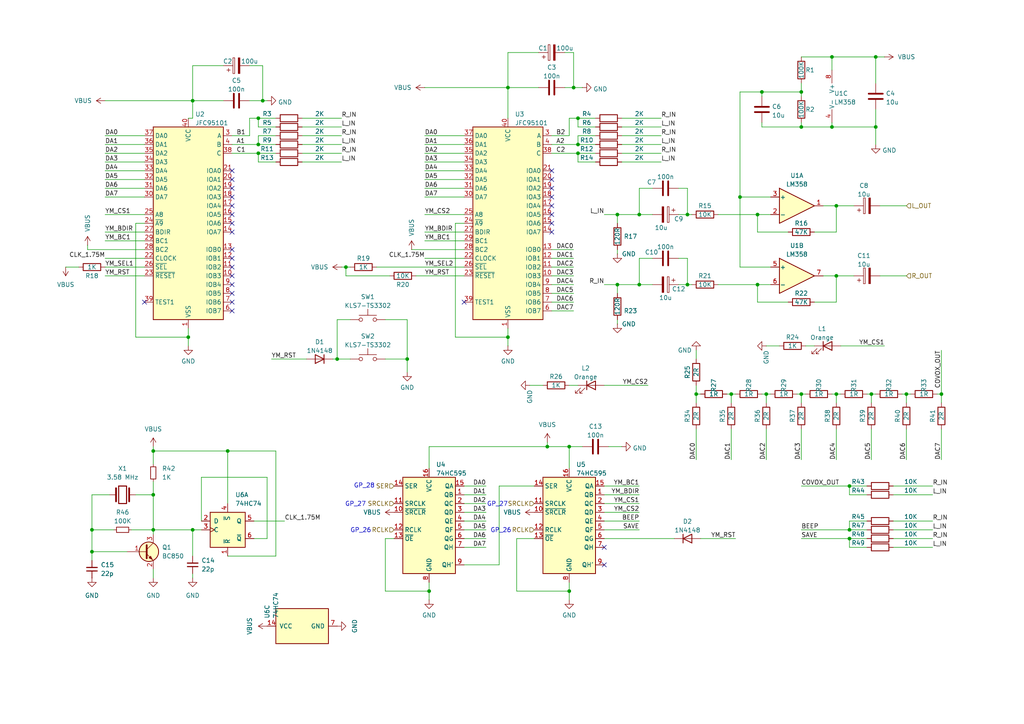
<source format=kicad_sch>
(kicad_sch (version 20250114) (generator "eeschema") (generator_version "9.0")
  (paper "A4")
  (title_block (title "TurboFRANK") (date "2025-03-03") (rev "1.03") (company "Mikhail Matveev") (comment 1 "https://github.com/xtremespb/frank"))
  (text "GP_26" (at 145.288 153.924 0) (effects (font (size 1.27 1.27))))
  (text "GP_27" (at 144.272 146.304 0) (effects (font (size 1.27 1.27))))
  (text "GP_27" (at 103.124 146.304 0) (effects (font (size 1.27 1.27))))
  (text "GP_28" (at 105.664 140.97 0) (effects (font (size 1.27 1.27))))
  (text "GP_26" (at 104.648 153.924 0) (effects (font (size 1.27 1.27))))
  (junction (at 242.57 114.3))
  (junction (at 167.64 44.45))
  (junction (at 74.93 41.91))
  (junction (at 179.07 82.55))
  (junction (at 74.93 44.45))
  (junction (at 55.88 29.21))
  (junction (at 220.98 26.67))
  (junction (at 273.05 114.3))
  (junction (at 26.67 153.67))
  (junction (at 55.88 153.67))
  (junction (at 199.39 82.55))
  (junction (at 100.33 77.47))
  (junction (at 222.25 114.3))
  (junction (at 219.71 62.23))
  (junction (at 254 16.51))
  (junction (at 147.32 97.79))
  (junction (at 201.93 114.3))
  (junction (at 246.38 156.21))
  (junction (at 147.32 25.4))
  (junction (at 167.64 34.29))
  (junction (at 166.37 25.4))
  (junction (at 254 36.83))
  (junction (at 26.67 160.02))
  (junction (at 74.93 34.29))
  (junction (at 44.45 153.67))
  (junction (at 44.45 130.81))
  (junction (at 246.38 140.97))
  (junction (at 158.75 129.54))
  (junction (at 232.41 114.3))
  (junction (at 179.07 62.23))
  (junction (at 167.64 41.91))
  (junction (at 242.57 80.01))
  (junction (at 262.89 114.3))
  (junction (at 124.46 171.45))
  (junction (at 241.3 16.51))
  (junction (at 242.57 59.69))
  (junction (at 232.41 26.67))
  (junction (at 97.79 104.14))
  (junction (at 118.11 104.14))
  (junction (at 44.45 143.51))
  (junction (at 214.63 57.15))
  (junction (at 241.3 36.83))
  (junction (at 185.42 62.23))
  (junction (at 66.04 130.81))
  (junction (at 76.2 29.21))
  (junction (at 212.09 114.3))
  (junction (at 199.39 62.23))
  (junction (at 232.41 36.83))
  (junction (at 252.73 114.3))
  (junction (at 219.71 82.55))
  (junction (at 185.42 82.55))
  (junction (at 246.38 153.67))
  (junction (at 54.61 97.79))
  (junction (at 165.1 129.54))
  (junction (at 165.1 171.45))
  (no_connect (at 67.31 85.09))
  (no_connect (at 67.31 77.47))
  (no_connect (at 175.26 163.83))
  (no_connect (at 67.31 67.31))
  (no_connect (at 67.31 64.77))
  (no_connect (at 67.31 90.17))
  (no_connect (at 160.02 57.15))
  (no_connect (at 67.31 80.01))
  (no_connect (at 67.31 62.23))
  (no_connect (at 67.31 87.63))
  (no_connect (at 41.91 87.63))
  (no_connect (at 67.31 82.55))
  (no_connect (at 134.62 87.63))
  (no_connect (at 160.02 67.31))
  (no_connect (at 67.31 74.93))
  (no_connect (at 67.31 72.39))
  (no_connect (at 67.31 54.61))
  (no_connect (at 160.02 59.69))
  (no_connect (at 175.26 158.75))
  (no_connect (at 160.02 64.77))
  (no_connect (at 160.02 49.53))
  (no_connect (at 67.31 49.53))
  (no_connect (at 67.31 52.07))
  (no_connect (at 67.31 57.15))
  (no_connect (at 160.02 52.07))
  (no_connect (at 67.31 59.69))
  (no_connect (at 160.02 62.23))
  (no_connect (at 160.02 54.61))
  (wire (pts (xy 232.41 140.97) (xy 246.38 140.97)))
  (wire (pts (xy 252.73 116.84) (xy 252.73 114.3)))
  (wire (pts (xy 175.26 143.51) (xy 185.42 143.51)))
  (wire (pts (xy 30.48 49.53) (xy 41.91 49.53)))
  (wire (pts (xy 163.83 25.4) (xy 166.37 25.4)))
  (wire (pts (xy 55.88 153.67) (xy 44.45 153.67)))
  (wire (pts (xy 120.65 80.01) (xy 134.62 80.01)))
  (wire (pts (xy 55.88 167.64) (xy 55.88 166.37)))
  (wire (pts (xy 232.41 36.83) (xy 241.3 36.83)))
  (wire (pts (xy 44.45 167.64) (xy 44.45 165.1)))
  (wire (pts (xy 241.3 114.3) (xy 242.57 114.3)))
  (wire (pts (xy 223.52 57.15) (xy 214.63 57.15)))
  (wire (pts (xy 111.76 156.21) (xy 111.76 171.45)))
  (wire (pts (xy 44.45 130.81) (xy 44.45 134.62)))
  (wire (pts (xy 254 36.83) (xy 254 41.91)))
  (wire (pts (xy 214.63 77.47) (xy 214.63 57.15)))
  (wire (pts (xy 208.28 62.23) (xy 219.71 62.23)))
  (wire (pts (xy 30.48 74.93) (xy 41.91 74.93)))
  (wire (pts (xy 232.41 26.67) (xy 232.41 27.94)))
  (wire (pts (xy 259.08 140.97) (xy 270.51 140.97)))
  (wire (pts (xy 87.63 44.45) (xy 99.06 44.45)))
  (wire (pts (xy 232.41 16.51) (xy 241.3 16.51)))
  (wire (pts (xy 160.02 74.93) (xy 166.37 74.93)))
  (wire (pts (xy 54.61 97.79) (xy 54.61 100.33)))
  (wire (pts (xy 220.98 36.83) (xy 232.41 36.83)))
  (wire (pts (xy 179.07 62.23) (xy 185.42 62.23)))
  (wire (pts (xy 242.57 124.46) (xy 242.57 133.35)))
  (wire (pts (xy 220.98 35.56) (xy 220.98 36.83)))
  (wire (pts (xy 242.57 116.84) (xy 242.57 114.3)))
  (wire (pts (xy 175.26 151.13) (xy 185.42 151.13)))
  (wire (pts (xy 134.62 151.13) (xy 140.97 151.13)))
  (wire (pts (xy 175.26 111.76) (xy 187.96 111.76)))
  (wire (pts (xy 214.63 57.15) (xy 214.63 26.67)))
  (wire (pts (xy 273.05 114.3) (xy 271.78 114.3)))
  (wire (pts (xy 179.07 92.71) (xy 179.07 93.98)))
  (wire (pts (xy 74.93 44.45) (xy 74.93 46.99)))
  (wire (pts (xy 165.1 39.37) (xy 165.1 34.29)))
  (wire (pts (xy 242.57 67.31) (xy 242.57 59.69)))
  (wire (pts (xy 175.26 146.05) (xy 185.42 146.05)))
  (wire (pts (xy 167.64 41.91) (xy 172.72 41.91)))
  (wire (pts (xy 30.48 67.31) (xy 41.91 67.31)))
  (wire (pts (xy 30.48 52.07) (xy 41.91 52.07)))
  (wire (pts (xy 118.11 104.14) (xy 118.11 107.95)))
  (wire (pts (xy 80.01 39.37) (xy 74.93 39.37)))
  (wire (pts (xy 166.37 25.4) (xy 168.91 25.4)))
  (wire (pts (xy 251.46 151.13) (xy 246.38 151.13)))
  (wire (pts (xy 241.3 20.32) (xy 241.3 16.51)))
  (wire (pts (xy 160.02 44.45) (xy 167.64 44.45)))
  (wire (pts (xy 144.78 140.97) (xy 154.94 140.97)))
  (wire (pts (xy 212.09 114.3) (xy 213.36 114.3)))
  (wire (pts (xy 55.88 29.21) (xy 64.77 29.21)))
  (wire (pts (xy 172.72 39.37) (xy 167.64 39.37)))
  (wire (pts (xy 246.38 140.97) (xy 246.38 143.51)))
  (wire (pts (xy 113.03 80.01) (xy 100.33 80.01)))
  (wire (pts (xy 123.19 25.4) (xy 147.32 25.4)))
  (wire (pts (xy 44.45 153.67) (xy 38.1 153.67)))
  (wire (pts (xy 72.39 39.37) (xy 72.39 34.29)))
  (wire (pts (xy 199.39 54.61) (xy 199.39 62.23)))
  (wire (pts (xy 26.67 153.67) (xy 26.67 143.51)))
  (wire (pts (xy 251.46 114.3) (xy 252.73 114.3)))
  (wire (pts (xy 196.85 74.93) (xy 199.39 74.93)))
  (wire (pts (xy 80.01 161.29) (xy 80.01 130.81)))
  (wire (pts (xy 273.05 101.6) (xy 273.05 114.3)))
  (wire (pts (xy 214.63 26.67) (xy 220.98 26.67)))
  (wire (pts (xy 74.93 34.29) (xy 74.93 36.83)))
  (wire (pts (xy 67.31 44.45) (xy 74.93 44.45)))
  (wire (pts (xy 55.88 34.29) (xy 54.61 34.29)))
  (wire (pts (xy 242.57 114.3) (xy 243.84 114.3)))
  (wire (pts (xy 242.57 80.01) (xy 238.76 80.01)))
  (wire (pts (xy 185.42 62.23) (xy 189.23 62.23)))
  (wire (pts (xy 201.93 116.84) (xy 201.93 114.3)))
  (wire (pts (xy 73.66 151.13) (xy 82.55 151.13)))
  (wire (pts (xy 149.86 156.21) (xy 149.86 171.45)))
  (wire (pts (xy 212.09 124.46) (xy 212.09 133.35)))
  (wire (pts (xy 246.38 143.51) (xy 251.46 143.51)))
  (wire (pts (xy 232.41 114.3) (xy 233.68 114.3)))
  (wire (pts (xy 132.08 97.79) (xy 147.32 97.79)))
  (wire (pts (xy 26.67 153.67) (xy 26.67 160.02)))
  (wire (pts (xy 246.38 156.21) (xy 251.46 156.21)))
  (wire (pts (xy 72.39 29.21) (xy 76.2 29.21)))
  (wire (pts (xy 26.67 160.02) (xy 36.83 160.02)))
  (wire (pts (xy 163.83 15.24) (xy 166.37 15.24)))
  (wire (pts (xy 158.75 128.27) (xy 158.75 129.54)))
  (wire (pts (xy 80.01 44.45) (xy 74.93 44.45)))
  (wire (pts (xy 219.71 67.31) (xy 219.71 62.23)))
  (wire (pts (xy 246.38 158.75) (xy 251.46 158.75)))
  (wire (pts (xy 123.19 74.93) (xy 134.62 74.93)))
  (wire (pts (xy 180.34 36.83) (xy 191.77 36.83)))
  (wire (pts (xy 210.82 114.3) (xy 212.09 114.3)))
  (wire (pts (xy 134.62 156.21) (xy 140.97 156.21)))
  (wire (pts (xy 119.38 72.39) (xy 134.62 72.39)))
  (wire (pts (xy 160.02 82.55) (xy 166.37 82.55)))
  (wire (pts (xy 77.47 156.21) (xy 73.66 156.21)))
  (wire (pts (xy 241.3 35.56) (xy 241.3 36.83)))
  (wire (pts (xy 33.02 153.67) (xy 26.67 153.67)))
  (wire (pts (xy 208.28 82.55) (xy 219.71 82.55)))
  (wire (pts (xy 255.27 80.01) (xy 262.89 80.01)))
  (wire (pts (xy 201.93 114.3) (xy 201.93 111.76)))
  (wire (pts (xy 213.36 156.21) (xy 203.2 156.21)))
  (wire (pts (xy 201.93 124.46) (xy 201.93 133.35)))
  (wire (pts (xy 134.62 64.77) (xy 132.08 64.77)))
  (wire (pts (xy 179.07 82.55) (xy 185.42 82.55)))
  (wire (pts (xy 254 16.51) (xy 256.54 16.51)))
  (wire (pts (xy 64.77 19.05) (xy 55.88 19.05)))
  (wire (pts (xy 160.02 90.17) (xy 166.37 90.17)))
  (wire (pts (xy 111.76 171.45) (xy 124.46 171.45)))
  (wire (pts (xy 66.04 130.81) (xy 80.01 130.81)))
  (wire (pts (xy 222.25 124.46) (xy 222.25 133.35)))
  (wire (pts (xy 123.19 39.37) (xy 134.62 39.37)))
  (wire (pts (xy 160.02 72.39) (xy 166.37 72.39)))
  (wire (pts (xy 30.48 80.01) (xy 41.91 80.01)))
  (wire (pts (xy 189.23 54.61) (xy 185.42 54.61)))
  (wire (pts (xy 58.42 153.67) (xy 55.88 153.67)))
  (wire (pts (xy 160.02 41.91) (xy 167.64 41.91)))
  (wire (pts (xy 201.93 114.3) (xy 203.2 114.3)))
  (wire (pts (xy 154.94 156.21) (xy 149.86 156.21)))
  (wire (pts (xy 80.01 34.29) (xy 74.93 34.29)))
  (wire (pts (xy 179.07 72.39) (xy 179.07 73.66)))
  (wire (pts (xy 180.34 41.91) (xy 191.77 41.91)))
  (wire (pts (xy 232.41 116.84) (xy 232.41 114.3)))
  (wire (pts (xy 74.93 36.83) (xy 80.01 36.83)))
  (wire (pts (xy 123.19 54.61) (xy 134.62 54.61)))
  (wire (pts (xy 72.39 19.05) (xy 76.2 19.05)))
  (wire (pts (xy 124.46 135.89) (xy 124.46 129.54)))
  (wire (pts (xy 41.91 64.77) (xy 39.37 64.77)))
  (wire (pts (xy 232.41 35.56) (xy 232.41 36.83)))
  (wire (pts (xy 223.52 77.47) (xy 214.63 77.47)))
  (wire (pts (xy 160.02 39.37) (xy 165.1 39.37)))
  (wire (pts (xy 196.85 62.23) (xy 199.39 62.23)))
  (wire (pts (xy 124.46 171.45) (xy 124.46 173.99)))
  (wire (pts (xy 26.67 162.56) (xy 26.67 160.02)))
  (wire (pts (xy 175.26 153.67) (xy 185.42 153.67)))
  (wire (pts (xy 123.19 44.45) (xy 134.62 44.45)))
  (wire (pts (xy 97.79 104.14) (xy 101.6 104.14)))
  (wire (pts (xy 147.32 34.29) (xy 147.32 25.4)))
  (wire (pts (xy 87.63 39.37) (xy 99.06 39.37)))
  (wire (pts (xy 180.34 34.29) (xy 191.77 34.29)))
  (wire (pts (xy 118.11 92.71) (xy 118.11 104.14)))
  (wire (pts (xy 132.08 64.77) (xy 132.08 97.79)))
  (wire (pts (xy 123.19 49.53) (xy 134.62 49.53)))
  (wire (pts (xy 44.45 139.7) (xy 44.45 143.51)))
  (wire (pts (xy 179.07 82.55) (xy 179.07 85.09)))
  (wire (pts (xy 44.45 129.54) (xy 44.45 130.81)))
  (wire (pts (xy 196.85 82.55) (xy 199.39 82.55)))
  (wire (pts (xy 111.76 92.71) (xy 118.11 92.71)))
  (wire (pts (xy 167.64 46.99) (xy 172.72 46.99)))
  (wire (pts (xy 30.48 57.15) (xy 41.91 57.15)))
  (wire (pts (xy 58.42 151.13) (xy 58.42 138.43)))
  (wire (pts (xy 273.05 124.46) (xy 273.05 133.35)))
  (wire (pts (xy 134.62 148.59) (xy 140.97 148.59)))
  (wire (pts (xy 67.31 39.37) (xy 72.39 39.37)))
  (wire (pts (xy 147.32 95.25) (xy 147.32 97.79)))
  (wire (pts (xy 242.57 59.69) (xy 238.76 59.69)))
  (wire (pts (xy 185.42 54.61) (xy 185.42 62.23)))
  (wire (pts (xy 199.39 82.55) (xy 200.66 82.55)))
  (wire (pts (xy 262.89 124.46) (xy 262.89 133.35)))
  (wire (pts (xy 123.19 41.91) (xy 134.62 41.91)))
  (wire (pts (xy 74.93 39.37) (xy 74.93 41.91)))
  (wire (pts (xy 259.08 143.51) (xy 270.51 143.51)))
  (wire (pts (xy 220.98 114.3) (xy 222.25 114.3)))
  (wire (pts (xy 100.33 80.01) (xy 100.33 77.47)))
  (wire (pts (xy 165.1 171.45) (xy 165.1 173.99)))
  (wire (pts (xy 273.05 116.84) (xy 273.05 114.3)))
  (wire (pts (xy 241.3 36.83) (xy 254 36.83)))
  (wire (pts (xy 180.34 46.99) (xy 191.77 46.99)))
  (wire (pts (xy 111.76 104.14) (xy 118.11 104.14)))
  (wire (pts (xy 232.41 124.46) (xy 232.41 133.35)))
  (wire (pts (xy 232.41 24.13) (xy 232.41 26.67)))
  (wire (pts (xy 220.98 26.67) (xy 232.41 26.67)))
  (wire (pts (xy 165.1 168.91) (xy 165.1 171.45)))
  (wire (pts (xy 219.71 62.23) (xy 223.52 62.23)))
  (wire (pts (xy 175.26 148.59) (xy 185.42 148.59)))
  (wire (pts (xy 167.64 34.29) (xy 167.64 36.83)))
  (wire (pts (xy 255.27 59.69) (xy 262.89 59.69)))
  (wire (pts (xy 97.79 92.71) (xy 97.79 104.14)))
  (wire (pts (xy 261.62 114.3) (xy 262.89 114.3)))
  (wire (pts (xy 175.26 140.97) (xy 185.42 140.97)))
  (wire (pts (xy 189.23 74.93) (xy 185.42 74.93)))
  (wire (pts (xy 96.52 104.14) (xy 97.79 104.14)))
  (wire (pts (xy 212.09 116.84) (xy 212.09 114.3)))
  (wire (pts (xy 87.63 34.29) (xy 99.06 34.29)))
  (wire (pts (xy 123.19 67.31) (xy 134.62 67.31)))
  (wire (pts (xy 66.04 161.29) (xy 80.01 161.29)))
  (wire (pts (xy 172.72 34.29) (xy 167.64 34.29)))
  (wire (pts (xy 30.48 41.91) (xy 41.91 41.91)))
  (wire (pts (xy 144.78 163.83) (xy 144.78 140.97)))
  (wire (pts (xy 165.1 129.54) (xy 165.1 135.89)))
  (wire (pts (xy 179.07 62.23) (xy 179.07 64.77)))
  (wire (pts (xy 99.06 77.47) (xy 100.33 77.47)))
  (wire (pts (xy 259.08 156.21) (xy 270.51 156.21)))
  (wire (pts (xy 39.37 97.79) (xy 54.61 97.79)))
  (wire (pts (xy 160.02 80.01) (xy 166.37 80.01)))
  (wire (pts (xy 87.63 36.83) (xy 99.06 36.83)))
  (wire (pts (xy 30.48 54.61) (xy 41.91 54.61)))
  (wire (pts (xy 259.08 151.13) (xy 270.51 151.13)))
  (wire (pts (xy 160.02 85.09) (xy 166.37 85.09)))
  (wire (pts (xy 134.62 163.83) (xy 144.78 163.83)))
  (wire (pts (xy 180.34 39.37) (xy 191.77 39.37)))
  (wire (pts (xy 222.25 100.33) (xy 226.06 100.33)))
  (wire (pts (xy 30.48 77.47) (xy 41.91 77.47)))
  (wire (pts (xy 30.48 44.45) (xy 41.91 44.45)))
  (wire (pts (xy 123.19 46.99) (xy 134.62 46.99)))
  (wire (pts (xy 25.4 72.39) (xy 41.91 72.39)))
  (wire (pts (xy 124.46 168.91) (xy 124.46 171.45)))
  (wire (pts (xy 134.62 146.05) (xy 140.97 146.05)))
  (wire (pts (xy 123.19 52.07) (xy 134.62 52.07)))
  (wire (pts (xy 123.19 62.23) (xy 134.62 62.23)))
  (wire (pts (xy 233.68 100.33) (xy 236.22 100.33)))
  (wire (pts (xy 242.57 87.63) (xy 242.57 80.01)))
  (wire (pts (xy 149.86 171.45) (xy 165.1 171.45)))
  (wire (pts (xy 76.2 29.21) (xy 77.47 29.21)))
  (wire (pts (xy 231.14 114.3) (xy 232.41 114.3)))
  (wire (pts (xy 109.22 77.47) (xy 134.62 77.47)))
  (wire (pts (xy 72.39 34.29) (xy 74.93 34.29)))
  (wire (pts (xy 167.64 44.45) (xy 167.64 46.99)))
  (wire (pts (xy 77.47 138.43) (xy 77.47 156.21)))
  (wire (pts (xy 87.63 46.99) (xy 99.06 46.99)))
  (wire (pts (xy 175.26 62.23) (xy 179.07 62.23)))
  (wire (pts (xy 165.1 111.76) (xy 167.64 111.76)))
  (wire (pts (xy 199.39 62.23) (xy 200.66 62.23)))
  (wire (pts (xy 185.42 74.93) (xy 185.42 82.55)))
  (wire (pts (xy 262.89 114.3) (xy 264.16 114.3)))
  (wire (pts (xy 147.32 25.4) (xy 156.21 25.4)))
  (wire (pts (xy 44.45 130.81) (xy 66.04 130.81)))
  (wire (pts (xy 30.48 62.23) (xy 41.91 62.23)))
  (wire (pts (xy 252.73 124.46) (xy 252.73 133.35)))
  (wire (pts (xy 134.62 143.51) (xy 140.97 143.51)))
  (wire (pts (xy 67.31 41.91) (xy 74.93 41.91)))
  (wire (pts (xy 30.48 46.99) (xy 41.91 46.99)))
  (wire (pts (xy 176.53 129.54) (xy 180.34 129.54)))
  (wire (pts (xy 165.1 34.29) (xy 167.64 34.29)))
  (wire (pts (xy 87.63 41.91) (xy 99.06 41.91)))
  (wire (pts (xy 180.34 44.45) (xy 191.77 44.45)))
  (wire (pts (xy 55.88 153.67) (xy 55.88 161.29)))
  (wire (pts (xy 134.62 140.97) (xy 140.97 140.97)))
  (wire (pts (xy 123.19 69.85) (xy 134.62 69.85)))
  (wire (pts (xy 158.75 129.54) (xy 165.1 129.54)))
  (wire (pts (xy 97.79 92.71) (xy 101.6 92.71)))
  (wire (pts (xy 160.02 77.47) (xy 166.37 77.47)))
  (wire (pts (xy 252.73 114.3) (xy 254 114.3)))
  (wire (pts (xy 30.48 29.21) (xy 55.88 29.21)))
  (wire (pts (xy 167.64 36.83) (xy 172.72 36.83)))
  (wire (pts (xy 236.22 87.63) (xy 242.57 87.63)))
  (wire (pts (xy 134.62 158.75) (xy 140.97 158.75)))
  (wire (pts (xy 228.6 87.63) (xy 219.71 87.63)))
  (wire (pts (xy 242.57 80.01) (xy 247.65 80.01)))
  (wire (pts (xy 175.26 82.55) (xy 179.07 82.55)))
  (wire (pts (xy 167.64 39.37) (xy 167.64 41.91)))
  (wire (pts (xy 219.71 87.63) (xy 219.71 82.55)))
  (wire (pts (xy 242.57 59.69) (xy 247.65 59.69)))
  (wire (pts (xy 44.45 153.67) (xy 44.45 154.94)))
  (wire (pts (xy 262.89 116.84) (xy 262.89 114.3)))
  (wire (pts (xy 153.67 111.76) (xy 157.48 111.76)))
  (wire (pts (xy 134.62 153.67) (xy 140.97 153.67)))
  (wire (pts (xy 74.93 41.91) (xy 80.01 41.91)))
  (wire (pts (xy 259.08 153.67) (xy 270.51 153.67)))
  (wire (pts (xy 55.88 19.05) (xy 55.88 29.21)))
  (wire (pts (xy 26.67 143.51) (xy 31.75 143.51)))
  (wire (pts (xy 201.93 104.14) (xy 201.93 101.6)))
  (wire (pts (xy 78.74 104.14) (xy 88.9 104.14)))
  (wire (pts (xy 147.32 15.24) (xy 147.32 25.4)))
  (wire (pts (xy 246.38 153.67) (xy 251.46 153.67)))
  (wire (pts (xy 58.42 138.43) (xy 77.47 138.43)))
  (wire (pts (xy 114.3 156.21) (xy 111.76 156.21)))
  (wire (pts (xy 254 36.83) (xy 254 31.75)))
  (wire (pts (xy 160.02 87.63) (xy 166.37 87.63)))
  (wire (pts (xy 55.88 34.29) (xy 55.88 29.21)))
  (wire (pts (xy 219.71 82.55) (xy 223.52 82.55)))
  (wire (pts (xy 172.72 44.45) (xy 167.64 44.45)))
  (wire (pts (xy 246.38 151.13) (xy 246.38 153.67)))
  (wire (pts (xy 76.2 19.05) (xy 76.2 29.21)))
  (wire (pts (xy 124.46 129.54) (xy 158.75 129.54)))
  (wire (pts (xy 30.48 69.85) (xy 41.91 69.85)))
  (wire (pts (xy 220.98 27.94) (xy 220.98 26.67)))
  (wire (pts (xy 74.93 46.99) (xy 80.01 46.99)))
  (wire (pts (xy 39.37 64.77) (xy 39.37 97.79)))
  (wire (pts (xy 156.21 15.24) (xy 147.32 15.24)))
  (wire (pts (xy 185.42 82.55) (xy 189.23 82.55)))
  (wire (pts (xy 19.05 77.47) (xy 22.86 77.47)))
  (wire (pts (xy 25.4 72.39) (xy 25.4 71.12)))
  (wire (pts (xy 259.08 158.75) (xy 270.51 158.75)))
  (wire (pts (xy 54.61 95.25) (xy 54.61 97.79)))
  (wire (pts (xy 166.37 15.24) (xy 166.37 25.4)))
  (wire (pts (xy 228.6 67.31) (xy 219.71 67.31)))
  (wire (pts (xy 199.39 74.93) (xy 199.39 82.55)))
  (wire (pts (xy 246.38 140.97) (xy 251.46 140.97)))
  (wire (pts (xy 246.38 156.21) (xy 246.38 158.75)))
  (wire (pts (xy 30.48 39.37) (xy 41.91 39.37)))
  (wire (pts (xy 222.25 116.84) (xy 222.25 114.3)))
  (wire (pts (xy 222.25 114.3) (xy 223.52 114.3)))
  (wire (pts (xy 175.26 156.21) (xy 195.58 156.21)))
  (wire (pts (xy 236.22 67.31) (xy 242.57 67.31)))
  (wire (pts (xy 241.3 16.51) (xy 254 16.51)))
  (wire (pts (xy 100.33 77.47) (xy 101.6 77.47)))
  (wire (pts (xy 147.32 97.79) (xy 147.32 100.33)))
  (wire (pts (xy 232.41 153.67) (xy 246.38 153.67)))
  (wire (pts (xy 232.41 156.21) (xy 246.38 156.21)))
  (wire (pts (xy 243.84 100.33) (xy 256.54 100.33)))
  (wire (pts (xy 123.19 57.15) (xy 134.62 57.15)))
  (wire (pts (xy 196.85 54.61) (xy 199.39 54.61)))
  (wire (pts (xy 39.37 143.51) (xy 44.45 143.51)))
  (wire (pts (xy 44.45 143.51) (xy 44.45 153.67)))
  (wire (pts (xy 66.04 130.81) (xy 66.04 146.05)))
  (wire (pts (xy 165.1 129.54) (xy 168.91 129.54)))
  (wire (pts (xy 254 16.51) (xy 254 24.13)))
  (label "DA0" (at 123.19 39.37 0))
  (label "DA4" (at 30.48 49.53 0))
  (label "DA5" (at 123.19 52.07 0))
  (label "DA6" (at 140.97 156.21 180))
  (label "DAC2" (at 166.37 77.47 180))
  (label "DA7" (at 123.19 57.15 0))
  (label "L_IN" (at 99.06 36.83 0))
  (label "YM_RST" (at 123.19 80.01 0))
  (label "COVOX_OUT" (at 232.41 140.97 0))
  (label "R_IN" (at 99.06 44.45 0))
  (label "DAC7" (at 166.37 90.17 180))
  (label "L_IN" (at 270.51 143.51 0))
  (label "R_IN" (at 270.51 156.21 0))
  (label "DA7" (at 140.97 158.75 180))
  (label "DA1" (at 140.97 143.51 180))
  (label "YM_SEL2" (at 123.19 77.47 0))
  (label "R_IN" (at 191.77 44.45 0))
  (label "DAC1" (at 166.37 74.93 180))
  (label "YM_CS2" (at 187.96 111.76 180))
  (label "B1" (at 68.58 39.37 0))
  (label "DA5" (at 30.48 52.07 0))
  (label "DA7" (at 30.48 57.15 0))
  (label "L_IN" (at 270.51 158.75 0))
  (label "DAC0" (at 201.93 133.35 90))
  (label "COVOX_OUT" (at 273.05 101.6 270))
  (label "SAVE" (at 185.42 153.67 180))
  (label "L_IN" (at 191.77 46.99 0))
  (label "YM_CS2" (at 185.42 148.59 180))
  (label "L_IN" (at 175.26 62.23 180))
  (label "L_IN" (at 99.06 41.91 0))
  (label "DA4" (at 140.97 151.13 180))
  (label "R_IN" (at 99.06 34.29 0))
  (label "DA0" (at 30.48 39.37 0))
  (label "YM_CS1" (at 185.42 146.05 180))
  (label "CLK_1.75M" (at 123.19 74.93 180))
  (label "YM_RST" (at 78.74 104.14 0))
  (label "A2" (at 161.29 41.91 0))
  (label "YM_BC1" (at 185.42 140.97 180))
  (label "L_IN" (at 191.77 36.83 0))
  (label "L_IN" (at 99.06 46.99 0))
  (label "DAC7" (at 273.05 133.35 90))
  (label "YM_BC1" (at 30.48 69.85 0))
  (label "YM_BDIR" (at 123.19 67.31 0))
  (label "DAC1" (at 212.09 133.35 90))
  (label "DAC6" (at 166.37 87.63 180))
  (label "DAC5" (at 252.73 133.35 90))
  (label "DA2" (at 30.48 44.45 0))
  (label "YM_BC1" (at 123.19 69.85 0))
  (label "DAC2" (at 222.25 133.35 90))
  (label "A1" (at 68.58 41.91 0))
  (label "C2" (at 161.29 44.45 0))
  (label "SAVE" (at 232.41 156.21 0))
  (label "BEEP" (at 232.41 153.67 0))
  (label "DA5" (at 140.97 153.67 180))
  (label "DAC4" (at 242.57 133.35 90))
  (label "DAC5" (at 166.37 85.09 180))
  (label "DAC3" (at 166.37 80.01 180))
  (label "BEEP" (at 185.42 151.13 180))
  (label "DA2" (at 140.97 146.05 180))
  (label "YM_CS2" (at 123.19 62.23 0))
  (label "DAC4" (at 166.37 82.55 180))
  (label "R_IN" (at 191.77 39.37 0))
  (label "DA0" (at 140.97 140.97 180))
  (label "C1" (at 68.58 44.45 0))
  (label "DAC6" (at 262.89 133.35 90))
  (label "YM_BDIR" (at 30.48 67.31 0))
  (label "YM_BDIR" (at 185.42 143.51 180))
  (label "CLK_1.75M" (at 82.55 151.13 0))
  (label "DA2" (at 123.19 44.45 0))
  (label "DA4" (at 123.19 49.53 0))
  (label "DAC3" (at 232.41 133.35 90))
  (label "DA3" (at 30.48 46.99 0))
  (label "DA3" (at 140.97 148.59 180))
  (label "DAC0" (at 166.37 72.39 180))
  (label "DA6" (at 123.19 54.61 0))
  (label "CLK_1.75M" (at 30.48 74.93 180))
  (label "YM_CS1" (at 256.54 100.33 180))
  (label "DA6" (at 30.48 54.61 0))
  (label "DA1" (at 123.19 41.91 0))
  (label "YM_RST" (at 30.48 80.01 0))
  (label "YM_SEL1" (at 30.48 77.47 0))
  (label "R_IN" (at 270.51 140.97 0))
  (label "R_IN" (at 99.06 39.37 0))
  (label "R_IN" (at 191.77 34.29 0))
  (label "L_IN" (at 191.77 41.91 0))
  (label "YM_RST" (at 213.36 156.21 180))
  (label "R_IN" (at 270.51 151.13 0))
  (label "R_IN" (at 175.26 82.55 180))
  (label "DA1" (at 30.48 41.91 0))
  (label "DA3" (at 123.19 46.99 0))
  (label "L_IN" (at 270.51 153.67 0))
  (label "YM_CS1" (at 30.48 62.23 0))
  (label "B2" (at 161.29 39.37 0))
  (hierarchical_label "SRCLK" (shape input) (at 154.94 146.05 180))
  (hierarchical_label "RCLK" (shape input) (at 114.3 153.67 180))
  (hierarchical_label "RCLK" (shape input) (at 154.94 153.67 180))
  (hierarchical_label "L_OUT" (shape input) (at 262.89 59.69 0))
  (hierarchical_label "SRCLK" (shape input) (at 114.3 146.05 180))
  (hierarchical_label "SER" (shape input) (at 114.3 140.97 180))
  (hierarchical_label "R_OUT" (shape input) (at 262.89 80.01 0))
  (symbol (lib_id "power:GND") (at 26.67 167.64 0) (unit 1)
    (property "Reference" "#PWR029" (effects (hide yes)))
    (property "Value" "GND" (at 26.67 172.72 0))
    (property "Description" "Power symbol creates a global label with name \"GND\" , ground" (effects (hide yes)))
  )
  (symbol (lib_id "Device:R") (at 179.07 68.58 0) (unit 1)
    (property "Reference" "R17" (at 182.88 68.58 0))
    (property "Value" "120R" (at 179.07 68.58 90))
    (property "Footprint" "FRANK:Resistor (0805)" (effects (hide yes)))
    (property "Datasheet" "https://www.vishay.com/docs/28952/mcs0402at-mct0603at-mcu0805at-mca1206at.pdf" (effects (hide yes)))
    (property "AliExpress" "https://www.aliexpress.com/item/1005005945735199.html" (effects (hide yes)))
  )
  (symbol (lib_id "Device:R") (at 204.47 62.23 270) (unit 1)
    (property "Reference" "R15" (at 204.47 59.69 90))
    (property "Value" "10K" (at 204.47 62.23 90))
    (property "Footprint" "FRANK:Resistor (0805)" (effects (hide yes)))
    (property "Datasheet" "https://www.vishay.com/docs/28952/mcs0402at-mct0603at-mcu0805at-mca1206at.pdf" (effects (hide yes)))
    (property "AliExpress" "https://www.aliexpress.com/item/1005005945735199.html" (effects (hide yes)))
  )
  (symbol (lib_id "Device:LED") (at 240.03 100.33 0) (unit 1)
    (property "Reference" "L1" (at 238.4425 95.3602 0))
    (property "Value" "Orange" (at 238.4425 97.8971 0))
    (property "Footprint" "FRANK:LED (0805)" (effects (hide yes)))
    (property "Description" "Light emitting diode" (effects (hide yes)))
    (property "AliExpress" "https://www.aliexpress.com/item/1005005975741298.html" (effects (hide yes)))
    (property "Sim.Pins" "1=K 2=A" (effects (hide yes)))
  )
  (symbol (lib_name "GND_12") (lib_id "power:GND") (at 54.61 100.33 0) (unit 1)
    (property "Reference" "#PWR018" (effects (hide yes)))
    (property "Value" "GND" (at 54.61 104.7734 0))
    (property "Description" "Power symbol creates a global label with name \"GND\" , ground" (effects (hide yes)))
  )
  (symbol (lib_id "74xx:74HC595") (at 124.46 151.13 0) (unit 1)
    (property "Reference" "U4" (at 126.4794 134.7302 0) (effects (justify left)))
    (property "Value" "74HC595" (at 126.4794 137.2671 0) (effects (justify left)))
    (property "Footprint" "FRANK:SOP-16" (effects (hide yes)))
    (property "Datasheet" "http://www.ti.com/lit/ds/symlink/sn74hc595.pdf" (effects (hide yes)))
    (property "AliExpress" "https://www.aliexpress.com/item/1005005723889972.html" (effects (hide yes)))
  )
  (symbol (lib_id "Device:R") (at 222.25 120.65 0) (unit 1)
    (property "Reference" "R36" (at 219.71 120.65 90))
    (property "Value" "2R" (at 222.25 120.65 90))
    (property "Footprint" "FRANK:Resistor (0805)" (effects (hide yes)))
    (property "Datasheet" "https://www.vishay.com/docs/28952/mcs0402at-mct0603at-mcu0805at-mca1206at.pdf" (effects (hide yes)))
    (property "AliExpress" "https://www.aliexpress.com/item/1005005945735199.html" (effects (hide yes)))
  )
  (symbol (lib_id "power:VBUS") (at 77.47 181.61 90) (unit 1)
    (property "Reference" "#PWR034" (effects (hide yes)))
    (property "Value" "VBUS" (at 72.39 181.61 0))
    (property "Description" "Power symbol creates a global label with name \"VBUS\"" (effects (hide yes)))
  )
  (symbol (lib_id "74xx:74HC74") (at 87.63 181.61 90) (unit 3)
    (property "Reference" "U6" (at 77.47 179.4159 0) (effects (justify left)))
    (property "Value" "74HC74" (at 80.01 179.4159 0) (effects (justify left)))
    (property "Footprint" "FRANK:74HCT74D" (effects (hide yes)))
    (property "Datasheet" "74xx/74hc_hct74.pdf" (effects (hide yes)))
    (property "Description" "Dual D Flip-flop, Set & Reset" (effects (hide yes)))
    (property "AliExpress" "https://www.aliexpress.com/item/1005006778848967.html" (effects (hide yes)))
  )
  (symbol (lib_id "Device:R") (at 204.47 82.55 270) (unit 1)
    (property "Reference" "R21" (at 204.47 80.01 90))
    (property "Value" "10K" (at 204.47 82.55 90))
    (property "Footprint" "FRANK:Resistor (0805)" (effects (hide yes)))
    (property "Datasheet" "https://www.vishay.com/docs/28952/mcs0402at-mct0603at-mcu0805at-mca1206at.pdf" (effects (hide yes)))
    (property "AliExpress" "https://www.aliexpress.com/item/1005005945735199.html" (effects (hide yes)))
  )
  (symbol (lib_id "74xx:74HC595") (at 165.1 151.13 0) (unit 1)
    (property "Reference" "U5" (at 167.1194 134.7302 0) (effects (justify left)))
    (property "Value" "74HC595" (at 167.1194 137.2671 0) (effects (justify left)))
    (property "Footprint" "FRANK:SOP-16" (effects (hide yes)))
    (property "Datasheet" "http://www.ti.com/lit/ds/symlink/sn74hc595.pdf" (effects (hide yes)))
    (property "AliExpress" "https://www.aliexpress.com/item/1005005723889972.html" (effects (hide yes)))
  )
  (symbol (lib_id "Device:R") (at 83.82 41.91 270) (unit 1)
    (property "Reference" "R9" (at 77.47 40.64 90))
    (property "Value" "2K" (at 92.71 40.64 90))
    (property "Footprint" "FRANK:Resistor (0805)" (effects (hide yes)))
    (property "Datasheet" "https://www.vishay.com/docs/28952/mcs0402at-mct0603at-mcu0805at-mca1206at.pdf" (effects (hide yes)))
    (property "Description" "1-2K" (effects (hide yes)))
    (property "AliExpress" "https://www.aliexpress.com/item/1005005945735199.html" (effects (hide yes)))
  )
  (symbol (lib_id "Device:R") (at 83.82 39.37 270) (unit 1)
    (property "Reference" "R7" (at 77.47 38.1 90))
    (property "Value" "2K" (at 92.71 38.1 90))
    (property "Footprint" "FRANK:Resistor (0805)" (effects (hide yes)))
    (property "Datasheet" "https://www.vishay.com/docs/28952/mcs0402at-mct0603at-mcu0805at-mca1206at.pdf" (effects (hide yes)))
    (property "Description" "1-2K" (effects (hide yes)))
    (property "AliExpress" "https://www.aliexpress.com/item/1005005945735199.html" (effects (hide yes)))
  )
  (symbol (lib_name "GND_13") (lib_id "power:GND") (at 165.1 173.99 0) (unit 1)
    (property "Reference" "#PWR033" (effects (hide yes)))
    (property "Value" "GND" (at 165.1 178.4334 0))
    (property "Description" "Power symbol creates a global label with name \"GND\" , ground" (effects (hide yes)))
  )
  (symbol (lib_name "GND_7") (lib_id "power:GND") (at 179.07 73.66 0) (unit 1)
    (property "Reference" "#PWR014" (effects (hide yes)))
    (property "Value" "GND" (at 180.34 73.66 0) (effects (justify left)))
    (property "Description" "Power symbol creates a global label with name \"GND\" , ground" (effects (hide yes)))
  )
  (symbol (lib_name "GND_3") (lib_id "power:GND") (at 201.93 101.6 180) (unit 1)
    (property "Reference" "#PWR021" (effects (hide yes)))
    (property "Value" "GND" (at 200.66 101.6 0) (effects (justify left)))
    (property "Description" "Power symbol creates a global label with name \"GND\" , ground" (effects (hide yes)))
  )
  (symbol (lib_id "Device:R") (at 83.82 46.99 270) (unit 1)
    (property "Reference" "R13" (at 77.47 45.72 90))
    (property "Value" "2K" (at 92.71 45.72 90))
    (property "Footprint" "FRANK:Resistor (0805)" (effects (hide yes)))
    (property "Datasheet" "https://www.vishay.com/docs/28952/mcs0402at-mct0603at-mcu0805at-mca1206at.pdf" (effects (hide yes)))
    (property "Description" "1-2K" (effects (hide yes)))
    (property "AliExpress" "https://www.aliexpress.com/item/1005005945735199.html" (effects (hide yes)))
  )
  (symbol (lib_id "Amplifier_Operational:LM358") (at 243.84 27.94 0) (unit 3)
    (property "Reference" "U1" (at 241.935 27.1053 0) (effects (justify left)))
    (property "Value" "LM358" (at 241.935 29.6422 0) (effects (justify left)))
    (property "Footprint" "FRANK:SO-8" (effects (hide yes)))
    (property "Datasheet" "http://www.ti.com/lit/ds/symlink/lm2904-n.pdf" (effects (hide yes)))
    (property "AliExpress" "https://www.aliexpress.com/item/32533323519.html" (effects (hide yes)))
  )
  (symbol (lib_id "Device:R") (at 176.53 41.91 270) (unit 1)
    (property "Reference" "R10" (at 170.18 40.64 90))
    (property "Value" "2K" (at 185.42 40.64 90))
    (property "Footprint" "FRANK:Resistor (0805)" (effects (hide yes)))
    (property "Datasheet" "https://www.vishay.com/docs/28952/mcs0402at-mct0603at-mcu0805at-mca1206at.pdf" (effects (hide yes)))
    (property "Description" "1-2K" (effects (hide yes)))
    (property "AliExpress" "https://www.aliexpress.com/item/1005005945735199.html" (effects (hide yes)))
  )
  (symbol (lib_id "Device:C_Small") (at 55.88 163.83 180) (unit 1)
    (property "Reference" "C14" (at 58.42 162.5535 0) (effects (justify right)))
    (property "Value" "22p" (at 58.42 165.0935 0) (effects (justify right)))
    (property "Footprint" "FRANK:Capacitor (0805)" (effects (hide yes)))
    (property "Datasheet" "https://eu.mouser.com/datasheet/2/40/KGM_X7R-3223212.pdf" (effects (hide yes)))
    (property "Description" "Unpolarized capacitor, small symbol" (effects (hide yes)))
    (property "AliExpress" "https://www.aliexpress.com/item/33008008276.html" (effects (hide yes)))
  )
  (symbol (lib_id "Device:R") (at 212.09 120.65 0) (unit 1)
    (property "Reference" "R35" (at 209.55 120.65 90))
    (property "Value" "2R" (at 212.09 120.65 90))
    (property "Footprint" "FRANK:Resistor (0805)" (effects (hide yes)))
    (property "Datasheet" "https://www.vishay.com/docs/28952/mcs0402at-mct0603at-mcu0805at-mca1206at.pdf" (effects (hide yes)))
    (property "AliExpress" "https://www.aliexpress.com/item/1005005945735199.html" (effects (hide yes)))
  )
  (symbol (lib_name "1N4148W_1") (lib_id "Diode:1N4148W") (at 92.71 104.14 180) (unit 1)
    (property "Reference" "D1" (at 92.71 99.1702 0))
    (property "Value" "1N4148" (at 92.71 101.7071 0))
    (property "Footprint" "FRANK:Diode (SOD-323)" (effects (hide yes)))
    (property "Datasheet" "https://www.vishay.com/docs/85748/1n4148w.pdf" (effects (hide yes)))
    (property "Description" "75V 0.15A Fast Switching Diode, SOD-123" (effects (hide yes)))
    (property "Sim.Device" "D" (effects (hide yes)))
    (property "Sim.Pins" "1=K 2=A" (effects (hide yes)))
    (property "AliExpress" "https://www.aliexpress.com/item/1005005707644429.html" (effects (hide yes)))
  )
  (symbol (lib_id "Device:R") (at 262.89 120.65 0) (unit 1)
    (property "Reference" "R40" (at 260.35 120.65 90))
    (property "Value" "2R" (at 262.89 120.65 90))
    (property "Footprint" "FRANK:Resistor (0805)" (effects (hide yes)))
    (property "Datasheet" "https://www.vishay.com/docs/28952/mcs0402at-mct0603at-mcu0805at-mca1206at.pdf" (effects (hide yes)))
    (property "AliExpress" "https://www.aliexpress.com/item/1005005945735199.html" (effects (hide yes)))
  )
  (symbol (lib_name "LED_1") (lib_id "Device:LED") (at 171.45 111.76 0) (unit 1)
    (property "Reference" "L2" (at 169.8625 106.7902 0))
    (property "Value" "Orange" (at 169.8625 109.3271 0))
    (property "Footprint" "FRANK:LED (0805)" (effects (hide yes)))
    (property "Description" "Light emitting diode" (effects (hide yes)))
    (property "AliExpress" "https://www.aliexpress.com/item/1005005975741298.html" (effects (hide yes)))
    (property "Sim.Pins" "1=K 2=A" (effects (hide yes)))
  )
  (symbol (lib_id "power:VBUS") (at 30.48 29.21 90) (unit 1)
    (property "Reference" "#PWR09" (effects (hide yes)))
    (property "Value" "VBUS" (at 26.67 29.2099 90) (effects (justify left)))
    (property "Description" "Power symbol creates a global label with name \"VBUS\"" (effects (hide yes)))
  )
  (symbol (lib_id "Device:R") (at 201.93 120.65 0) (unit 1)
    (property "Reference" "R34" (at 199.39 120.65 90))
    (property "Value" "2R" (at 201.93 120.65 90))
    (property "Footprint" "FRANK:Resistor (0805)" (effects (hide yes)))
    (property "Datasheet" "https://www.vishay.com/docs/28952/mcs0402at-mct0603at-mcu0805at-mca1206at.pdf" (effects (hide yes)))
    (property "AliExpress" "https://www.aliexpress.com/item/1005005945735199.html" (effects (hide yes)))
  )
  (symbol (lib_id "Device:R") (at 176.53 36.83 270) (unit 1)
    (property "Reference" "R6" (at 170.18 35.56 90))
    (property "Value" "2K" (at 185.42 35.56 90))
    (property "Footprint" "FRANK:Resistor (0805)" (effects (hide yes)))
    (property "Datasheet" "https://www.vishay.com/docs/28952/mcs0402at-mct0603at-mcu0805at-mca1206at.pdf" (effects (hide yes)))
    (property "Description" "1-2K" (effects (hide yes)))
    (property "AliExpress" "https://www.aliexpress.com/item/1005005945735199.html" (effects (hide yes)))
  )
  (symbol (lib_id "Audio:YM2149") (at 54.61 64.77 0) (unit 1)
    (property "Reference" "U2" (at 56.6294 33.1302 0) (effects (justify left)))
    (property "Value" "JFC95101" (at 56.6294 35.6671 0) (effects (justify left)))
    (property "Footprint" "FRANK:DIP-40" (effects (hide yes)))
    (property "Datasheet" "http://www.ym2149.com/ym2149.pdf" (effects (hide yes)))
    (property "Description" "Software-Controlled Sound Generator, DIP-40" (effects (hide yes)))
    (property "AliExpress" "https://www.aliexpress.com/item/1005004784221287.html" (effects (hide yes)))
  )
  (symbol (lib_id "Device:C") (at 193.04 54.61 90) (unit 1)
    (property "Reference" "C7" (at 188.976 52.832 90))
    (property "Value" "100n" (at 193.04 51.2881 90))
    (property "Footprint" "FRANK:Capacitor (0805)" (effects (hide yes)))
    (property "Datasheet" "https://eu.mouser.com/datasheet/2/40/KGM_X7R-3223212.pdf" (effects (hide yes)))
    (property "AliExpress" "https://www.aliexpress.com/item/33008008276.html" (effects (hide yes)))
  )
  (symbol (lib_id "Device:R") (at 255.27 151.13 270) (unit 1)
    (property "Reference" "R45" (at 248.92 149.86 90))
    (property "Value" "10K" (at 264.16 149.86 90))
    (property "Footprint" "FRANK:Resistor (0805)" (effects (hide yes)))
    (property "Datasheet" "https://www.vishay.com/docs/28952/mcs0402at-mct0603at-mcu0805at-mca1206at.pdf" (effects (hide yes)))
    (property "Description" "5K-10K" (effects (hide yes)))
    (property "AliExpress" "https://www.aliexpress.com/item/1005005945735199.html" (effects (hide yes)))
  )
  (symbol (lib_id "Device:C_Polarized") (at 193.04 62.23 270) (unit 1)
    (property "Reference" "C9" (at 196.85 63.5 90))
    (property "Value" "10u" (at 191.77 66.04 90))
    (property "Footprint" "FRANK:Capacitor (3528, tantalum, polar)" (effects (hide yes)))
    (property "Datasheet" "https://eu.mouser.com/datasheet/2/447/KEM_T2005_T491-3316937.pdf" (effects (hide yes)))
    (property "AliExpress" "https://www.aliexpress.com/item/1005006870280809.html" (effects (hide yes)))
  )
  (symbol (lib_name "GND_4") (lib_id "power:GND") (at 179.07 93.98 0) (unit 1)
    (property "Reference" "#PWR017" (effects (hide yes)))
    (property "Value" "GND" (at 180.34 93.98 0) (effects (justify left)))
    (property "Description" "Power symbol creates a global label with name \"GND\" , ground" (effects (hide yes)))
  )
  (symbol (lib_id "Device:R") (at 232.41 20.32 0) (unit 1)
    (property "Reference" "R1" (at 234.95 20.32 0))
    (property "Value" "100K" (at 232.41 20.32 90))
    (property "Footprint" "FRANK:Resistor (0805)" (effects (hide yes)))
    (property "Datasheet" "https://www.vishay.com/docs/28952/mcs0402at-mct0603at-mcu0805at-mca1206at.pdf" (effects (hide yes)))
    (property "AliExpress" "https://www.aliexpress.com/item/1005005945735199.html" (effects (hide yes)))
  )
  (symbol (lib_name "GND_5") (lib_id "power:GND") (at 147.32 100.33 0) (unit 1)
    (property "Reference" "#PWR019" (effects (hide yes)))
    (property "Value" "GND" (at 147.32 104.7734 0))
    (property "Description" "Power symbol creates a global label with name \"GND\" , ground" (effects (hide yes)))
  )
  (symbol (lib_id "power:VBUS") (at 114.3 148.59 90) (unit 1)
    (property "Reference" "#PWR027" (effects (hide yes)))
    (property "Value" "VBUS" (at 110.49 148.5899 90) (effects (justify left)))
    (property "Description" "Power symbol creates a global label with name \"VBUS\"" (effects (hide yes)))
  )
  (symbol (lib_name "GND_1") (lib_id "power:GND") (at 153.67 111.76 270) (unit 1)
    (property "Reference" "#PWR023" (effects (hide yes)))
    (property "Value" "GND" (at 153.67 113.03 0) (effects (justify left)))
    (property "Description" "Power symbol creates a global label with name \"GND\" , ground" (effects (hide yes)))
  )
  (symbol (lib_id "power:VBUS") (at 123.19 25.4 90) (unit 1)
    (property "Reference" "#PWR07" (effects (hide yes)))
    (property "Value" "VBUS" (at 119.38 25.3999 90) (effects (justify left)))
    (property "Description" "Power symbol creates a global label with name \"VBUS\"" (effects (hide yes)))
  )
  (symbol (lib_id "Device:R_Small") (at 35.56 153.67 90) (unit 1)
    (property "Reference" "R46" (at 35.56 148.59 90))
    (property "Value" "100K" (at 35.56 151.13 90))
    (property "Footprint" "FRANK:Resistor (0805)" (effects (hide yes)))
    (property "Datasheet" "https://www.vishay.com/docs/28952/mcs0402at-mct0603at-mcu0805at-mca1206at.pdf" (effects (hide yes)))
    (property "Description" "Resistor, small symbol" (effects (hide yes)))
    (property "AliExpress" "https://www.aliexpress.com/item/1005005945735199.html" (effects (hide yes)))
  )
  (symbol (lib_id "Device:R") (at 176.53 39.37 270) (unit 1)
    (property "Reference" "R8" (at 170.18 38.1 90))
    (property "Value" "2K" (at 185.42 38.1 90))
    (property "Footprint" "FRANK:Resistor (0805)" (effects (hide yes)))
    (property "Datasheet" "https://www.vishay.com/docs/28952/mcs0402at-mct0603at-mcu0805at-mca1206at.pdf" (effects (hide yes)))
    (property "Description" "1-2K" (effects (hide yes)))
    (property "AliExpress" "https://www.aliexpress.com/item/1005005945735199.html" (effects (hide yes)))
  )
  (symbol (lib_id "Device:R") (at 207.01 114.3 90) (unit 1)
    (property "Reference" "R27" (at 207.01 111.76 0))
    (property "Value" "1R" (at 207.01 114.3 90))
    (property "Footprint" "FRANK:Resistor (0805)" (effects (hide yes)))
    (property "Datasheet" "https://www.vishay.com/docs/28952/mcs0402at-mct0603at-mcu0805at-mca1206at.pdf" (effects (hide yes)))
    (property "AliExpress" "https://www.aliexpress.com/item/1005005945735199.html" (effects (hide yes)))
  )
  (symbol (lib_id "Switch:SW_Push") (at 106.68 92.71 0) (unit 1)
    (property "Reference" "SW1" (at 106.68 86.0892 0))
    (property "Value" "KLS7-TS3302" (at 106.68 88.6261 0))
    (property "Footprint" "FRANK:Button (SMD, 3x3mm, 1-1)" (effects (hide yes)))
    (property "Datasheet" "https://img.klsele.com/admin/product_upload/20150508135408KLS7-TS3302.pdf" (effects (hide yes)))
    (property "AliExpress" "https://www.aliexpress.com/item/1005007359248990.html" (effects (hide yes)))
  )
  (symbol (lib_id "Audio:YM2149") (at 147.32 64.77 0) (unit 1)
    (property "Reference" "U3" (at 149.3394 33.1302 0) (effects (justify left)))
    (property "Value" "JFC95101" (at 149.3394 35.6671 0) (effects (justify left)))
    (property "Footprint" "FRANK:DIP-40" (effects (hide yes)))
    (property "Datasheet" "http://www.ym2149.com/ym2149.pdf" (effects (hide yes)))
    (property "Description" "Software-Controlled Sound Generator, DIP-40" (effects (hide yes)))
    (property "AliExpress" "https://www.aliexpress.com/item/1005004784221287.html" (effects (hide yes)))
  )
  (symbol (lib_id "Device:R") (at 116.84 80.01 270) (unit 1)
    (property "Reference" "R20" (at 116.84 82.55 90))
    (property "Value" "10K" (at 116.84 80.01 90))
    (property "Footprint" "FRANK:Resistor (0805)" (effects (hide yes)))
    (property "Datasheet" "https://www.vishay.com/docs/28952/mcs0402at-mct0603at-mcu0805at-mca1206at.pdf" (effects (hide yes)))
    (property "AliExpress" "https://www.aliexpress.com/item/1005005945735199.html" (effects (hide yes)))
  )
  (symbol (lib_id "power:GND") (at 124.46 173.99 0) (unit 1)
    (property "Reference" "#PWR032" (effects (hide yes)))
    (property "Value" "GND" (at 124.46 178.4334 0))
    (property "Description" "Power symbol creates a global label with name \"GND\" , ground" (effects (hide yes)))
  )
  (symbol (lib_id "Device:C_Polarized") (at 251.46 80.01 90) (unit 1)
    (property "Reference" "C11" (at 250.571 74.1512 90))
    (property "Value" "10u" (at 250.571 76.6881 90))
    (property "Footprint" "FRANK:Capacitor (3528, tantalum, polar)" (effects (hide yes)))
    (property "Datasheet" "https://eu.mouser.com/datasheet/2/447/KEM_T2005_T491-3316937.pdf" (effects (hide yes)))
    (property "Description" "10V" (effects (hide yes)))
    (property "AliExpress" "https://www.aliexpress.com/item/1005006870280809.html" (effects (hide yes)))
  )
  (symbol (lib_id "power:VBUS") (at 256.54 16.51 270) (unit 1)
    (property "Reference" "#PWR06" (effects (hide yes)))
    (property "Value" "VBUS" (at 260.35 16.5099 90) (effects (justify left)))
    (property "Description" "Power symbol creates a global label with name \"VBUS\"" (effects (hide yes)))
  )
  (symbol (lib_id "Device:C") (at 254 27.94 0) (unit 1)
    (property "Reference" "C4" (at 256.921 27.1053 0) (effects (justify left)))
    (property "Value" "10u" (at 256.921 29.6422 0) (effects (justify left)))
    (property "Footprint" "FRANK:Capacitor (0805)" (effects (hide yes)))
    (property "Datasheet" "https://eu.mouser.com/datasheet/2/40/KGM_X7R-3223212.pdf" (effects (hide yes)))
    (property "AliExpress" "https://www.aliexpress.com/item/33008008276.html" (effects (hide yes)))
  )
  (symbol (lib_id "Device:C") (at 172.72 129.54 90) (unit 1)
    (property "Reference" "C13" (at 172.72 123.6812 90))
    (property "Value" "100n" (at 172.72 126.2181 90))
    (property "Footprint" "FRANK:Capacitor (0805)" (effects (hide yes)))
    (property "Datasheet" "https://eu.mouser.com/datasheet/2/40/KGM_X7R-3223212.pdf" (effects (hide yes)))
    (property "AliExpress" "https://www.aliexpress.com/item/33008008276.html" (effects (hide yes)))
  )
  (symbol (lib_id "Device:R") (at 83.82 36.83 270) (unit 1)
    (property "Reference" "R5" (at 77.47 35.56 90))
    (property "Value" "2K" (at 92.71 35.56 90))
    (property "Footprint" "FRANK:Resistor (0805)" (effects (hide yes)))
    (property "Datasheet" "https://www.vishay.com/docs/28952/mcs0402at-mct0603at-mcu0805at-mca1206at.pdf" (effects (hide yes)))
    (property "Description" "1-2K" (effects (hide yes)))
    (property "AliExpress" "https://www.aliexpress.com/item/1005005945735199.html" (effects (hide yes)))
  )
  (symbol (lib_id "Device:R") (at 273.05 120.65 0) (unit 1)
    (property "Reference" "R41" (at 270.51 120.65 90))
    (property "Value" "2R" (at 273.05 120.65 90))
    (property "Footprint" "FRANK:Resistor (0805)" (effects (hide yes)))
    (property "Datasheet" "https://www.vishay.com/docs/28952/mcs0402at-mct0603at-mcu0805at-mca1206at.pdf" (effects (hide yes)))
    (property "AliExpress" "https://www.aliexpress.com/item/1005005945735199.html" (effects (hide yes)))
  )
  (symbol (lib_id "Device:R") (at 255.27 143.51 270) (unit 1)
    (property "Reference" "R44" (at 248.92 142.24 90))
    (property "Value" "10K" (at 264.16 142.24 90))
    (property "Footprint" "FRANK:Resistor (0805)" (effects (hide yes)))
    (property "Datasheet" "https://www.vishay.com/docs/28952/mcs0402at-mct0603at-mcu0805at-mca1206at.pdf" (effects (hide yes)))
    (property "Description" "5K-10K" (effects (hide yes)))
    (property "AliExpress" "https://www.aliexpress.com/item/1005005945735199.html" (effects (hide yes)))
  )
  (symbol (lib_id "Device:R") (at 201.93 107.95 0) (unit 1)
    (property "Reference" "R25" (at 199.39 107.95 90))
    (property "Value" "2R" (at 201.93 107.95 90))
    (property "Footprint" "FRANK:Resistor (0805)" (effects (hide yes)))
    (property "Datasheet" "https://www.vishay.com/docs/28952/mcs0402at-mct0603at-mcu0805at-mca1206at.pdf" (effects (hide yes)))
    (property "AliExpress" "https://www.aliexpress.com/item/1005005945735199.html" (effects (hide yes)))
  )
  (symbol (lib_id "Device:R") (at 232.41 87.63 270) (unit 1)
    (property "Reference" "R22" (at 232.41 85.09 90))
    (property "Value" "47K" (at 232.41 87.63 90))
    (property "Footprint" "FRANK:Resistor (0805)" (effects (hide yes)))
    (property "Datasheet" "https://www.vishay.com/docs/28952/mcs0402at-mct0603at-mcu0805at-mca1206at.pdf" (effects (hide yes)))
    (property "AliExpress" "https://www.aliexpress.com/item/1005005945735199.html" (effects (hide yes)))
  )
  (symbol (lib_id "power:VBUS") (at 99.06 77.47 90) (unit 1)
    (property "Reference" "#PWR016" (effects (hide yes)))
    (property "Value" "VBUS" (at 95.25 77.4699 90) (effects (justify left)))
    (property "Description" "Power symbol creates a global label with name \"VBUS\"" (effects (hide yes)))
  )
  (symbol (lib_id "Device:C_Polarized") (at 193.04 82.55 270) (unit 1)
    (property "Reference" "C12" (at 196.85 83.82 90))
    (property "Value" "10u" (at 193.04 86.36 90))
    (property "Footprint" "FRANK:Capacitor (3528, tantalum, polar)" (effects (hide yes)))
    (property "Datasheet" "https://eu.mouser.com/datasheet/2/447/KEM_T2005_T491-3316937.pdf" (effects (hide yes)))
    (property "AliExpress" "https://www.aliexpress.com/item/1005006870280809.html" (effects (hide yes)))
  )
  (symbol (lib_id "Device:R") (at 232.41 31.75 0) (unit 1)
    (property "Reference" "R2" (at 234.95 31.75 0))
    (property "Value" "100K" (at 232.41 31.75 90))
    (property "Footprint" "FRANK:Resistor (0805)" (effects (hide yes)))
    (property "Datasheet" "https://www.vishay.com/docs/28952/mcs0402at-mct0603at-mcu0805at-mca1206at.pdf" (effects (hide yes)))
    (property "AliExpress" "https://www.aliexpress.com/item/1005005945735199.html" (effects (hide yes)))
  )
  (symbol (lib_id "Device:R") (at 179.07 88.9 0) (unit 1)
    (property "Reference" "R23" (at 182.88 90.17 0))
    (property "Value" "120R" (at 179.07 88.9 90))
    (property "Footprint" "FRANK:Resistor (0805)" (effects (hide yes)))
    (property "Datasheet" "https://www.vishay.com/docs/28952/mcs0402at-mct0603at-mcu0805at-mca1206at.pdf" (effects (hide yes)))
    (property "AliExpress" "https://www.aliexpress.com/item/1005005945735199.html" (effects (hide yes)))
  )
  (symbol (lib_name "GND_6") (lib_id "power:GND") (at 254 41.91 0) (unit 1)
    (property "Reference" "#PWR011" (effects (hide yes)))
    (property "Value" "GND" (at 255.905 43.6138 0) (effects (justify left)))
    (property "Description" "Power symbol creates a global label with name \"GND\" , ground" (effects (hide yes)))
  )
  (symbol (lib_id "Device:C") (at 160.02 25.4 90) (unit 1)
    (property "Reference" "C3" (at 160.02 19.5412 90))
    (property "Value" "100n" (at 160.02 22.0781 90))
    (property "Footprint" "FRANK:Capacitor (0805)" (effects (hide yes)))
    (property "Datasheet" "https://eu.mouser.com/datasheet/2/40/KGM_X7R-3223212.pdf" (effects (hide yes)))
    (property "AliExpress" "https://www.aliexpress.com/item/33008008276.html" (effects (hide yes)))
  )
  (symbol (lib_id "Device:R") (at 229.87 100.33 90) (unit 1)
    (property "Reference" "R24" (at 229.87 97.79 90))
    (property "Value" "1K" (at 229.87 100.33 90))
    (property "Footprint" "FRANK:Resistor (0805)" (effects (hide yes)))
    (property "Datasheet" "https://www.vishay.com/docs/28952/mcs0402at-mct0603at-mcu0805at-mca1206at.pdf" (effects (hide yes)))
    (property "AliExpress" "https://www.aliexpress.com/item/1005005945735199.html" (effects (hide yes)))
  )
  (symbol (lib_id "Device:R") (at 227.33 114.3 90) (unit 1)
    (property "Reference" "R29" (at 227.33 111.76 0))
    (property "Value" "1R" (at 227.33 114.3 90))
    (property "Footprint" "FRANK:Resistor (0805)" (effects (hide yes)))
    (property "Datasheet" "https://www.vishay.com/docs/28952/mcs0402at-mct0603at-mcu0805at-mca1206at.pdf" (effects (hide yes)))
    (property "AliExpress" "https://www.aliexpress.com/item/1005005945735199.html" (effects (hide yes)))
  )
  (symbol (lib_id "power:GND") (at 97.79 181.61 90) (unit 1)
    (property "Reference" "#PWR035" (effects (hide yes)))
    (property "Value" "GND" (at 102.87 181.61 0))
    (property "Description" "Power symbol creates a global label with name \"GND\" , ground" (effects (hide yes)))
  )
  (symbol (lib_id "FRANK:Crystal_Generic") (at 35.56 143.51 0) (unit 1)
    (property "Reference" "X1" (at 35.56 135.89 0))
    (property "Value" "3.58 MHz" (at 35.56 138.43 0))
    (property "Footprint" "FRANK:Crystal (HC49-S)" (effects (hide yes)))
    (property "Description" "Quartz crystal, Generic symbol, Alternate KiCad Library" (effects (hide yes)))
    (property "AliExpress" "https://www.aliexpress.com/item/1005006783317100.html" (effects (hide yes)))
  )
  (symbol (lib_id "Device:R") (at 255.27 153.67 270) (unit 1)
    (property "Reference" "R47" (at 248.92 152.4 90))
    (property "Value" "10K" (at 264.16 152.4 90))
    (property "Footprint" "FRANK:Resistor (0805)" (effects (hide yes)))
    (property "Datasheet" "https://www.vishay.com/docs/28952/mcs0402at-mct0603at-mcu0805at-mca1206at.pdf" (effects (hide yes)))
    (property "Description" "5K-10K" (effects (hide yes)))
    (property "AliExpress" "https://www.aliexpress.com/item/1005005945735199.html" (effects (hide yes)))
  )
  (symbol (lib_id "Device:R") (at 252.73 120.65 0) (unit 1)
    (property "Reference" "R39" (at 250.19 120.65 90))
    (property "Value" "2R" (at 252.73 120.65 90))
    (property "Footprint" "FRANK:Resistor (0805)" (effects (hide yes)))
    (property "Datasheet" "https://www.vishay.com/docs/28952/mcs0402at-mct0603at-mcu0805at-mca1206at.pdf" (effects (hide yes)))
    (property "AliExpress" "https://www.aliexpress.com/item/1005005945735199.html" (effects (hide yes)))
  )
  (symbol (lib_id "Device:R_Small") (at 44.45 137.16 180) (unit 1)
    (property "Reference" "R42" (at 46.99 135.8899 0) (effects (justify right)))
    (property "Value" "1K" (at 46.99 138.4299 0) (effects (justify right)))
    (property "Footprint" "FRANK:Resistor (0805)" (effects (hide yes)))
    (property "Datasheet" "https://www.vishay.com/docs/28952/mcs0402at-mct0603at-mcu0805at-mca1206at.pdf" (effects (hide yes)))
    (property "Description" "Resistor, small symbol" (effects (hide yes)))
    (property "AliExpress" "https://www.aliexpress.com/item/1005005945735199.html" (effects (hide yes)))
  )
  (symbol (lib_id "Device:C_Polarized") (at 160.02 15.24 90) (unit 1)
    (property "Reference" "C1" (at 157.48 13.97 90))
    (property "Value" "100u" (at 163.83 13.97 90))
    (property "Footprint" "FRANK:Capacitor (3528, tantalum, polar)" (effects (hide yes)))
    (property "Datasheet" "https://eu.mouser.com/datasheet/2/447/KEM_T2005_T491-3316937.pdf" (effects (hide yes)))
    (property "AliExpress" "https://www.aliexpress.com/item/1005006870280809.html" (effects (hide yes)))
  )
  (symbol (lib_id "Device:C") (at 220.98 31.75 0) (unit 1)
    (property "Reference" "C6" (at 223.901 30.9153 0) (effects (justify left)))
    (property "Value" "10u" (at 223.901 33.4522 0) (effects (justify left)))
    (property "Footprint" "FRANK:Capacitor (0805)" (effects (hide yes)))
    (property "Datasheet" "https://eu.mouser.com/datasheet/2/40/KGM_X7R-3223212.pdf" (effects (hide yes)))
    (property "AliExpress" "https://www.aliexpress.com/item/33008008276.html" (effects (hide yes)))
  )
  (symbol (lib_id "FRANK:PCM_Transistor_BJT_AKL_BC850") (at 41.91 160.02 0) (unit 1)
    (property "Reference" "Q1" (at 46.99 158.7499 0) (effects (justify left)))
    (property "Value" "BC850" (at 46.99 161.2899 0) (effects (justify left)))
    (property "Footprint" "FRANK:SOT-23" (effects (hide yes)))
    (property "Datasheet" "https://assets.nexperia.com/documents/data-sheet/BC849_BC850.pdf" (effects (hide yes)))
    (property "Description" "NPN SOT-23 low noise transistor, 45V, 100mA, 250mW, Complementary to BC860, Alternate KiCAD Library" (effects (hide yes)))
    (property "AliExpress" "https://www.aliexpress.com/item/1005005008637286.html" (effects (hide yes)))
  )
  (symbol (lib_id "Device:C_Polarized") (at 68.58 19.05 90) (unit 1)
    (property "Reference" "C2" (at 66.04 17.78 90))
    (property "Value" "100u" (at 72.39 17.78 90))
    (property "Footprint" "FRANK:Capacitor (3528, tantalum, polar)" (effects (hide yes)))
    (property "Datasheet" "https://eu.mouser.com/datasheet/2/447/KEM_T2005_T491-3316937.pdf" (effects (hide yes)))
    (property "AliExpress" "https://www.aliexpress.com/item/1005006870280809.html" (effects (hide yes)))
  )
  (symbol (lib_name "GND_2") (lib_id "power:GND") (at 222.25 100.33 270) (unit 1)
    (property "Reference" "#PWR020" (effects (hide yes)))
    (property "Value" "GND" (at 222.25 101.6 0) (effects (justify left)))
    (property "Description" "Power symbol creates a global label with name \"GND\" , ground" (effects (hide yes)))
  )
  (symbol (lib_id "Device:R") (at 255.27 158.75 270) (unit 1)
    (property "Reference" "R49" (at 248.92 157.48 90))
    (property "Value" "10K" (at 264.16 157.48 90))
    (property "Footprint" "FRANK:Resistor (0805)" (effects (hide yes)))
    (property "Datasheet" "https://www.vishay.com/docs/28952/mcs0402at-mct0603at-mcu0805at-mca1206at.pdf" (effects (hide yes)))
    (property "Description" "5K-10K" (effects (hide yes)))
    (property "AliExpress" "https://www.aliexpress.com/item/1005005945735199.html" (effects (hide yes)))
  )
  (symbol (lib_id "Device:R") (at 237.49 114.3 90) (unit 1)
    (property "Reference" "R30" (at 237.49 111.76 0))
    (property "Value" "1R" (at 237.49 114.3 90))
    (property "Footprint" "FRANK:Resistor (0805)" (effects (hide yes)))
    (property "Datasheet" "https://www.vishay.com/docs/28952/mcs0402at-mct0603at-mcu0805at-mca1206at.pdf" (effects (hide yes)))
    (property "AliExpress" "https://www.aliexpress.com/item/1005005945735199.html" (effects (hide yes)))
  )
  (symbol (lib_id "Device:R") (at 232.41 67.31 270) (unit 1)
    (property "Reference" "R16" (at 232.41 64.77 90))
    (property "Value" "47K" (at 232.41 67.31 90))
    (property "Footprint" "FRANK:Resistor (0805)" (effects (hide yes)))
    (property "Datasheet" "https://www.vishay.com/docs/28952/mcs0402at-mct0603at-mcu0805at-mca1206at.pdf" (effects (hide yes)))
    (property "AliExpress" "https://www.aliexpress.com/item/1005005945735199.html" (effects (hide yes)))
  )
  (symbol (lib_id "power:VBUS") (at 154.94 148.59 90) (unit 1)
    (property "Reference" "#PWR028" (effects (hide yes)))
    (property "Value" "VBUS" (at 151.13 148.5899 90) (effects (justify left)))
    (property "Description" "Power symbol creates a global label with name \"VBUS\"" (effects (hide yes)))
  )
  (symbol (lib_id "Device:R") (at 176.53 34.29 270) (unit 1)
    (property "Reference" "R4" (at 170.18 33.02 90))
    (property "Value" "2K" (at 185.42 33.02 90))
    (property "Footprint" "FRANK:Resistor (0805)" (effects (hide yes)))
    (property "Datasheet" "https://www.vishay.com/docs/28952/mcs0402at-mct0603at-mcu0805at-mca1206at.pdf" (effects (hide yes)))
    (property "AliExpress" "https://www.aliexpress.com/item/1005005945735199.html" (effects (hide yes)))
  )
  (symbol (lib_name "GND_8") (lib_id "power:GND") (at 168.91 25.4 90) (unit 1)
    (property "Reference" "#PWR08" (effects (hide yes)))
    (property "Value" "GND" (at 172.085 25.8338 90) (effects (justify right)))
    (property "Description" "Power symbol creates a global label with name \"GND\" , ground" (effects (hide yes)))
  )
  (symbol (lib_id "Device:R") (at 267.97 114.3 90) (unit 1)
    (property "Reference" "R33" (at 267.97 111.76 0))
    (property "Value" "1R" (at 267.97 114.3 90))
    (property "Footprint" "FRANK:Resistor (0805)" (effects (hide yes)))
    (property "Datasheet" "https://www.vishay.com/docs/28952/mcs0402at-mct0603at-mcu0805at-mca1206at.pdf" (effects (hide yes)))
    (property "AliExpress" "https://www.aliexpress.com/item/1005005945735199.html" (effects (hide yes)))
  )
  (symbol (lib_id "Device:R") (at 83.82 34.29 270) (unit 1)
    (property "Reference" "R3" (at 77.47 33.02 90))
    (property "Value" "2K" (at 92.71 33.02 90))
    (property "Footprint" "FRANK:Resistor (0805)" (effects (hide yes)))
    (property "Datasheet" "https://www.vishay.com/docs/28952/mcs0402at-mct0603at-mcu0805at-mca1206at.pdf" (effects (hide yes)))
    (property "Description" "1-2K" (effects (hide yes)))
    (property "AliExpress" "https://www.aliexpress.com/item/1005005945735199.html" (effects (hide yes)))
  )
  (symbol (lib_name "GND_10") (lib_id "power:GND") (at 180.34 129.54 90) (unit 1)
    (property "Reference" "#PWR026" (effects (hide yes)))
    (property "Value" "GND" (at 183.515 129.9738 90) (effects (justify right)))
    (property "Description" "Power symbol creates a global label with name \"GND\" , ground" (effects (hide yes)))
  )
  (symbol (lib_id "power:GND") (at 44.45 167.64 0) (unit 1)
    (property "Reference" "#PWR030" (effects (hide yes)))
    (property "Value" "GND" (at 44.45 172.72 0))
    (property "Description" "Power symbol creates a global label with name \"GND\" , ground" (effects (hide yes)))
  )
  (symbol (lib_name "GND_9") (lib_id "power:GND") (at 118.11 107.95 0) (unit 1)
    (property "Reference" "#PWR022" (effects (hide yes)))
    (property "Value" "GND" (at 118.11 112.3934 0))
    (property "Description" "Power symbol creates a global label with name \"GND\" , ground" (effects (hide yes)))
  )
  (symbol (lib_id "Device:R") (at 255.27 140.97 270) (unit 1)
    (property "Reference" "R43" (at 248.92 139.7 90))
    (property "Value" "10K" (at 264.16 139.7 90))
    (property "Footprint" "FRANK:Resistor (0805)" (effects (hide yes)))
    (property "Datasheet" "https://www.vishay.com/docs/28952/mcs0402at-mct0603at-mcu0805at-mca1206at.pdf" (effects (hide yes)))
    (property "Description" "5K-10K" (effects (hide yes)))
    (property "AliExpress" "https://www.aliexpress.com/item/1005005945735199.html" (effects (hide yes)))
  )
  (symbol (lib_id "Device:R") (at 83.82 44.45 270) (unit 1)
    (property "Reference" "R11" (at 77.47 43.18 90))
    (property "Value" "2K" (at 92.71 43.18 90))
    (property "Footprint" "FRANK:Resistor (0805)" (effects (hide yes)))
    (property "Datasheet" "https://www.vishay.com/docs/28952/mcs0402at-mct0603at-mcu0805at-mca1206at.pdf" (effects (hide yes)))
    (property "Description" "1-2K" (effects (hide yes)))
    (property "AliExpress" "https://www.aliexpress.com/item/1005005945735199.html" (effects (hide yes)))
  )
  (symbol (lib_id "Device:R") (at 217.17 114.3 90) (unit 1)
    (property "Reference" "R28" (at 217.17 111.76 0))
    (property "Value" "1R" (at 217.17 114.3 90))
    (property "Footprint" "FRANK:Resistor (0805)" (effects (hide yes)))
    (property "Datasheet" "https://www.vishay.com/docs/28952/mcs0402at-mct0603at-mcu0805at-mca1206at.pdf" (effects (hide yes)))
    (property "AliExpress" "https://www.aliexpress.com/item/1005005945735199.html" (effects (hide yes)))
  )
  (symbol (lib_id "Device:R") (at 257.81 114.3 90) (unit 1)
    (property "Reference" "R32" (at 257.81 111.76 0))
    (property "Value" "1R" (at 257.81 114.3 90))
    (property "Footprint" "FRANK:Resistor (0805)" (effects (hide yes)))
    (property "Datasheet" "https://www.vishay.com/docs/28952/mcs0402at-mct0603at-mcu0805at-mca1206at.pdf" (effects (hide yes)))
    (property "AliExpress" "https://www.aliexpress.com/item/1005005945735199.html" (effects (hide yes)))
  )
  (symbol (lib_id "Device:R") (at 26.67 77.47 90) (unit 1)
    (property "Reference" "R18" (at 26.67 80.01 90))
    (property "Value" "1K" (at 26.67 77.47 90))
    (property "Footprint" "FRANK:Resistor (0805)" (effects (hide yes)))
    (property "Datasheet" "https://www.vishay.com/docs/28952/mcs0402at-mct0603at-mcu0805at-mca1206at.pdf" (effects (hide yes)))
    (property "AliExpress" "https://www.aliexpress.com/item/1005005945735199.html" (effects (hide yes)))
  )
  (symbol (lib_id "Device:R") (at 161.29 111.76 90) (unit 1)
    (property "Reference" "R26" (at 161.29 109.22 90))
    (property "Value" "1K" (at 161.29 111.76 90))
    (property "Footprint" "FRANK:Resistor (0805)" (effects (hide yes)))
    (property "Datasheet" "https://www.vishay.com/docs/28952/mcs0402at-mct0603at-mcu0805at-mca1206at.pdf" (effects (hide yes)))
    (property "AliExpress" "https://www.aliexpress.com/item/1005005945735199.html" (effects (hide yes)))
  )
  (symbol (lib_id "Device:R") (at 176.53 44.45 270) (unit 1)
    (property "Reference" "R12" (at 170.18 43.18 90))
    (property "Value" "2K" (at 185.42 43.18 90))
    (property "Footprint" "FRANK:Resistor (0805)" (effects (hide yes)))
    (property "Datasheet" "https://www.vishay.com/docs/28952/mcs0402at-mct0603at-mcu0805at-mca1206at.pdf" (effects (hide yes)))
    (property "Description" "1-2K" (effects (hide yes)))
    (property "AliExpress" "https://www.aliexpress.com/item/1005005945735199.html" (effects (hide yes)))
  )
  (symbol (lib_id "Device:R") (at 105.41 77.47 90) (unit 1)
    (property "Reference" "R19" (at 105.41 74.93 90))
    (property "Value" "1K" (at 105.41 77.47 90))
    (property "Footprint" "FRANK:Resistor (0805)" (effects (hide yes)))
    (property "Datasheet" "https://www.vishay.com/docs/28952/mcs0402at-mct0603at-mcu0805at-mca1206at.pdf" (effects (hide yes)))
    (property "AliExpress" "https://www.aliexpress.com/item/1005005945735199.html" (effects (hide yes)))
  )
  (symbol (lib_id "power:VBUS") (at 158.75 128.27 0) (unit 1)
    (property "Reference" "#PWR024" (effects (hide yes)))
    (property "Value" "VBUS" (at 158.75 123.19 0))
    (property "Description" "Power symbol creates a global label with name \"VBUS\"" (effects (hide yes)))
  )
  (symbol (lib_name "GND_11") (lib_id "power:GND") (at 77.47 29.21 90) (unit 1)
    (property "Reference" "#PWR010" (effects (hide yes)))
    (property "Value" "GND" (at 80.645 29.6438 90) (effects (justify right)))
    (property "Description" "Power symbol creates a global label with name \"GND\" , ground" (effects (hide yes)))
  )
  (symbol (lib_id "Amplifier_Operational:LM358") (at 231.14 80.01 0) (unit 2)
    (property "Reference" "U1" (at 231.14 71.2302 0))
    (property "Value" "LM358" (at 231.14 73.7671 0))
    (property "Footprint" "FRANK:SO-8" (effects (hide yes)))
    (property "Datasheet" "http://www.ti.com/lit/ds/symlink/lm2904-n.pdf" (effects (hide yes)))
    (property "AliExpress" "https://www.aliexpress.com/item/32533323519.html" (effects (hide yes)))
  )
  (symbol (lib_id "74xx:74HC74") (at 66.04 153.67 0) (unit 1)
    (property "Reference" "U6" (at 68.2341 143.51 0) (effects (justify left)))
    (property "Value" "74HC74" (at 68.2341 146.05 0) (effects (justify left)))
    (property "Footprint" "FRANK:74HCT74D" (effects (hide yes)))
    (property "Datasheet" "74xx/74hc_hct74.pdf" (effects (hide yes)))
    (property "Description" "Dual D Flip-flop, Set & Reset" (effects (hide yes)))
    (property "AliExpress" "https://www.aliexpress.com/item/1005006778848967.html" (effects (hide yes)))
  )
  (symbol (lib_id "power:VBUS") (at 19.05 77.47 180) (unit 1)
    (property "Reference" "#PWR015" (effects (hide yes)))
    (property "Value" "VBUS" (at 19.05 82.55 0))
    (property "Description" "Power symbol creates a global label with name \"VBUS\"" (effects (hide yes)))
  )
  (symbol (lib_id "Device:C_Small") (at 26.67 165.1 180) (unit 1)
    (property "Reference" "C15" (at 29.21 163.8235 0) (effects (justify right)))
    (property "Value" "22p" (at 29.21 166.3635 0) (effects (justify right)))
    (property "Footprint" "FRANK:Capacitor (0805)" (effects (hide yes)))
    (property "Datasheet" "https://eu.mouser.com/datasheet/2/40/KGM_X7R-3223212.pdf" (effects (hide yes)))
    (property "Description" "Unpolarized capacitor, small symbol" (effects (hide yes)))
    (property "AliExpress" "https://www.aliexpress.com/item/33008008276.html" (effects (hide yes)))
  )
  (symbol (lib_id "Diode:1N4148W") (at 199.39 156.21 0) (mirror x) (unit 1)
    (property "Reference" "D2" (at 199.39 151.2402 0))
    (property "Value" "1N4148" (at 199.39 153.7771 0))
    (property "Footprint" "FRANK:Diode (SOD-323)" (effects (hide yes)))
    (property "Datasheet" "https://www.vishay.com/docs/85748/1n4148w.pdf" (effects (hide yes)))
    (property "Description" "75V 0.15A Fast Switching Diode, SOD-123" (effects (hide yes)))
    (property "Sim.Device" "D" (effects (hide yes)))
    (property "Sim.Pins" "1=K 2=A" (effects (hide yes)))
    (property "AliExpress" "https://www.aliexpress.com/item/1005005707644429.html" (effects (hide yes)))
  )
  (symbol (lib_id "Device:R") (at 176.53 46.99 270) (unit 1)
    (property "Reference" "R14" (at 170.18 45.72 90))
    (property "Value" "2K" (at 185.42 45.72 90))
    (property "Footprint" "FRANK:Resistor (0805)" (effects (hide yes)))
    (property "Datasheet" "https://www.vishay.com/docs/28952/mcs0402at-mct0603at-mcu0805at-mca1206at.pdf" (effects (hide yes)))
    (property "Description" "1-2K" (effects (hide yes)))
    (property "AliExpress" "https://www.aliexpress.com/item/1005005945735199.html" (effects (hide yes)))
  )
  (symbol (lib_id "Device:R") (at 247.65 114.3 90) (unit 1)
    (property "Reference" "R31" (at 247.65 111.76 0))
    (property "Value" "1R" (at 247.65 114.3 90))
    (property "Footprint" "FRANK:Resistor (0805)" (effects (hide yes)))
    (property "Datasheet" "https://www.vishay.com/docs/28952/mcs0402at-mct0603at-mcu0805at-mca1206at.pdf" (effects (hide yes)))
    (property "AliExpress" "https://www.aliexpress.com/item/1005005945735199.html" (effects (hide yes)))
  )
  (symbol (lib_id "Device:R") (at 232.41 120.65 0) (unit 1)
    (property "Reference" "R37" (at 229.87 120.65 90))
    (property "Value" "2R" (at 232.41 120.65 90))
    (property "Footprint" "FRANK:Resistor (0805)" (effects (hide yes)))
    (property "Datasheet" "https://www.vishay.com/docs/28952/mcs0402at-mct0603at-mcu0805at-mca1206at.pdf" (effects (hide yes)))
    (property "AliExpress" "https://www.aliexpress.com/item/1005005945735199.html" (effects (hide yes)))
  )
  (symbol (lib_id "Device:C_Polarized") (at 251.46 59.69 90) (unit 1)
    (property "Reference" "C8" (at 250.571 53.8312 90))
    (property "Value" "10u" (at 250.571 56.3681 90))
    (property "Footprint" "FRANK:Capacitor (3528, tantalum, polar)" (effects (hide yes)))
    (property "Datasheet" "https://eu.mouser.com/datasheet/2/447/KEM_T2005_T491-3316937.pdf" (effects (hide yes)))
    (property "Description" "10V" (effects (hide yes)))
    (property "AliExpress" "https://www.aliexpress.com/item/1005006870280809.html" (effects (hide yes)))
  )
  (symbol (lib_id "power:GND") (at 55.88 167.64 0) (unit 1)
    (property "Reference" "#PWR031" (effects (hide yes)))
    (property "Value" "GND" (at 55.88 172.72 0))
    (property "Description" "Power symbol creates a global label with name \"GND\" , ground" (effects (hide yes)))
  )
  (symbol (lib_id "power:VBUS") (at 119.38 72.39 0) (unit 1)
    (property "Reference" "#PWR013" (effects (hide yes)))
    (property "Value" "VBUS" (at 119.3801 68.58 90) (effects (justify left)))
    (property "Description" "Power symbol creates a global label with name \"VBUS\"" (effects (hide yes)))
  )
  (symbol (lib_id "Device:C") (at 68.58 29.21 90) (unit 1)
    (property "Reference" "C5" (at 68.58 23.3512 90))
    (property "Value" "100n" (at 68.58 25.8881 90))
    (property "Footprint" "FRANK:Capacitor (0805)" (effects (hide yes)))
    (property "Datasheet" "https://eu.mouser.com/datasheet/2/40/KGM_X7R-3223212.pdf" (effects (hide yes)))
    (property "AliExpress" "https://www.aliexpress.com/item/33008008276.html" (effects (hide yes)))
  )
  (symbol (lib_id "power:VBUS") (at 25.4 71.12 0) (unit 1)
    (property "Reference" "#PWR012" (effects (hide yes)))
    (property "Value" "VBUS" (at 25.4001 67.31 90) (effects (justify left)))
    (property "Description" "Power symbol creates a global label with name \"VBUS\"" (effects (hide yes)))
  )
  (symbol (lib_id "Device:C") (at 193.04 74.93 90) (unit 1)
    (property "Reference" "C10" (at 188.976 73.152 90))
    (property "Value" "100n" (at 193.04 71.6081 90))
    (property "Footprint" "FRANK:Capacitor (0805)" (effects (hide yes)))
    (property "Datasheet" "https://eu.mouser.com/datasheet/2/40/KGM_X7R-3223212.pdf" (effects (hide yes)))
    (property "AliExpress" "https://www.aliexpress.com/item/33008008276.html" (effects (hide yes)))
  )
  (symbol (lib_id "Amplifier_Operational:LM358") (at 231.14 59.69 0) (unit 1)
    (property "Reference" "U1" (at 231.14 50.9102 0))
    (property "Value" "LM358" (at 231.14 53.4471 0))
    (property "Footprint" "FRANK:SO-8" (effects (hide yes)))
    (property "Datasheet" "http://www.ti.com/lit/ds/symlink/lm2904-n.pdf" (effects (hide yes)))
    (property "AliExpress" "https://www.aliexpress.com/item/32533323519.html" (effects (hide yes)))
  )
  (symbol (lib_id "Device:R") (at 242.57 120.65 0) (unit 1)
    (property "Reference" "R38" (at 240.03 120.65 90))
    (property "Value" "2R" (at 242.57 120.65 90))
    (property "Footprint" "FRANK:Resistor (0805)" (effects (hide yes)))
    (property "Datasheet" "https://www.vishay.com/docs/28952/mcs0402at-mct0603at-mcu0805at-mca1206at.pdf" (effects (hide yes)))
    (property "AliExpress" "https://www.aliexpress.com/item/1005005945735199.html" (effects (hide yes)))
  )
  (symbol (lib_id "power:VBUS") (at 44.45 129.54 0) (unit 1)
    (property "Reference" "#PWR025" (effects (hide yes)))
    (property "Value" "VBUS" (at 44.45 124.46 0))
    (property "Description" "Power symbol creates a global label with name \"VBUS\"" (effects (hide yes)))
  )
  (symbol (lib_id "Switch:SW_Push") (at 106.68 104.14 0) (unit 1)
    (property "Reference" "SW2" (at 106.68 97.5192 0))
    (property "Value" "KLS7-TS3302" (at 106.68 100.0561 0))
    (property "Footprint" "FRANK:Button (SMD, 3x3mm, 1-1)" (effects (hide yes)))
    (property "Datasheet" "https://img.klsele.com/admin/product_upload/20150508135408KLS7-TS3302.pdf" (effects (hide yes)))
    (property "AliExpress" "https://www.aliexpress.com/item/1005007359248990.html" (effects (hide yes)))
  )
  (symbol (lib_id "Device:R") (at 255.27 156.21 270) (unit 1)
    (property "Reference" "R48" (at 248.92 154.94 90))
    (property "Value" "10K" (at 264.16 154.94 90))
    (property "Footprint" "FRANK:Resistor (0805)" (effects (hide yes)))
    (property "Datasheet" "https://www.vishay.com/docs/28952/mcs0402at-mct0603at-mcu0805at-mca1206at.pdf" (effects (hide yes)))
    (property "Description" "5K-10K" (effects (hide yes)))
    (property "AliExpress" "https://www.aliexpress.com/item/1005005945735199.html" (effects (hide yes)))
  )
)
</source>
